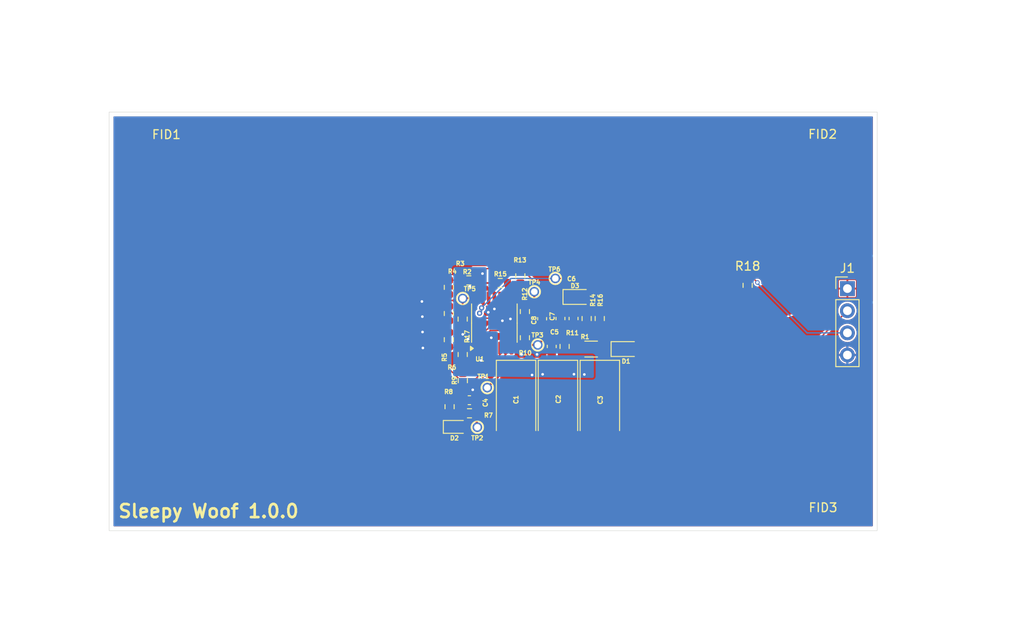
<source format=kicad_pcb>
(kicad_pcb (version 20240108) (generator "pcbnew") (generator_version "8.0")
  (layers (0 "F.Cu" signal) (31 "B.Cu" signal) (34 "B.Paste" user) (35 "F.Paste" user) (36 "B.SilkS" user "B.Silkscreen") (37 "F.SilkS" user "F.Silkscreen") (38 "B.Mask" user) (39 "F.Mask" user) (44 "Edge.Cuts" user))
  (net 0 "")
  (net 1 "GND")
  (net 2 "/WDT-VIN")
  (net 3 "Net-(C4-Pad2)")
  (net 4 "PET_WDT")
  (net 5 "Net-(U1B-+)")
  (net 6 "Net-(U1C--)")
  (net 7 "Net-(U1D--)")
  (net 8 "Net-(D1-Pad1)")
  (net 9 "Net-(D2-A)")
  (net 10 "Net-(U1D-+)")
  (net 11 "Net-(D3-Pad2)")
  (net 12 "Net-(R13-Pad2)")
  (net 13 "Net-(U1B--)")
  (net 14 "/WDT-VP")
  (net 15 "Net-(U1A--)")
  (net 16 "Net-(R10-Pad1)")
  (net 17 "Net-(R12-Pad1)")
  (net 18 "Net-(U1C-+)")
  (net 19 "WDT_OUT")
  (net 20 "VBATT")
  (footprint "oresat-misc:TestPoint-0.75mm-th" (layer "F.Cu") (at 168.405 99.135)
    (property "Reference" "TP5" (at 0.8125 -1.1 0) (layer "F.SilkS") (effects (font (size 0.5 0.5) (thickness 0.125))))
    (property "Value" "TestPoint-MinTH" (hide yes))
    (fp_circle (center 0 0) (end 0.7 0) (stroke (width 0.127)) (fill none) (layer "F.SilkS"))
    (pad "1" thru_hole circle (at 0 0) (size 1.1 1.1) (drill 0.75) (property pad_prop_testpoint) (layers "*.Cu" "*.Mask") (net 10 "Net-(U1D-+)"))
  )
  (footprint "Resistor_SMD:R_0603_1608Metric" (layer "F.Cu") (at 175.53 103.635 -90)
    (property "Reference" "R10" (at 1.75 -0.0375 0) (layer "F.SilkS") (effects (font (size 0.5 0.5) (thickness 0.125))))
    (property "Value" "1k")
    (fp_line (start -0.237258 0.5225) (end 0.237258 0.5225) (stroke (width 0.12)) (layer "F.SilkS"))
    (fp_line (start -0.237258 -0.5225) (end 0.237258 -0.5225) (stroke (width 0.12)) (layer "F.SilkS"))
    (pad "1" smd roundrect (at -0.825 0 270) (size 0.8 0.95) (layers "F.Cu" "F.Paste" "F.Mask") (net 16 "Net-(R10-Pad1)"))
    (pad "2" smd roundrect (at 0.825 0 270) (size 0.8 0.95) (layers "F.Cu" "F.Paste" "F.Mask") (net 5 "Net-(U1B-+)"))
  )
  (footprint "oresat-misc:TestPoint-0.75mm-th" (layer "F.Cu") (at 179.0175 96.835)
    (property "Reference" "TP6" (at -0.1 -1.05 0) (layer "F.SilkS") (effects (font (size 0.5 0.5) (thickness 0.125))))
    (property "Value" "TestPoint-MinTH" (hide yes))
    (fp_circle (center 0 0) (end 0.7 0) (stroke (width 0.127)) (fill none) (layer "F.SilkS"))
    (pad "1" thru_hole circle (at 0 0) (size 1.1 1.1) (drill 0.75) (property pad_prop_testpoint) (layers "*.Cu" "*.Mask") (net 19 "WDT_OUT"))
  )
  (footprint "Fiducial:Fiducial_1mm_Mask2mm" (layer "F.Cu") (at 213.37 123.12)
    (property "Reference" "FID3" (at -3.68 0 0) (layer "F.SilkS"))
    (property "Value" "Fiducial")
    (pad "" smd circle (at 0 0) (size 1 1) (layers "F.Cu" "F.Mask") (clearance 0.5))
  )
  (footprint "Resistor_SMD:R_0603_1608Metric" (layer "F.Cu") (at 182.605 101.435 -90)
    (property "Reference" "R14" (at -2.1 -0.7125 90) (layer "F.SilkS") (effects (font (size 0.5 0.5) (thickness 0.125))))
    (property "Value" "100k")
    (fp_line (start -0.237258 0.5225) (end 0.237258 0.5225) (stroke (width 0.12)) (layer "F.SilkS"))
    (fp_line (start -0.237258 -0.5225) (end 0.237258 -0.5225) (stroke (width 0.12)) (layer "F.SilkS"))
    (pad "1" smd roundrect (at -0.825 0 270) (size 0.8 0.95) (layers "F.Cu" "F.Paste" "F.Mask") (net 11 "Net-(D3-Pad2)"))
    (pad "2" smd roundrect (at 0.825 0 270) (size 0.8 0.95) (layers "F.Cu" "F.Paste" "F.Mask") (net 6 "Net-(U1C--)"))
  )
  (footprint "Connector_PinHeader_2.54mm:PinHeader_1x04_P2.54mm_Vertical" (layer "F.Cu") (at 212.48 98)
    (property "Reference" "J1" (at 0 -2.33 0) (layer "F.SilkS"))
    (property "Value" "Conn_01x04")
    (fp_line (start -1.33 -1.33) (end 0 -1.33) (stroke (width 0.12)) (layer "F.SilkS"))
    (fp_line (start -1.33 0) (end -1.33 -1.33) (stroke (width 0.12)) (layer "F.SilkS"))
    (fp_line (start -1.33 1.27) (end -1.33 8.95) (stroke (width 0.12)) (layer "F.SilkS"))
    (fp_line (start -1.33 1.27) (end 1.33 1.27) (stroke (width 0.12)) (layer "F.SilkS"))
    (fp_line (start -1.33 8.95) (end 1.33 8.95) (stroke (width 0.12)) (layer "F.SilkS"))
    (fp_line (start 1.33 1.27) (end 1.33 8.95) (stroke (width 0.12)) (layer "F.SilkS"))
    (pad "1" thru_hole rect (at 0 0) (size 1.7 1.7) (drill 1) (layers "*.Cu" "*.Mask") (net 20 "VBATT"))
    (pad "2" thru_hole oval (at 0 2.54) (size 1.7 1.7) (drill 1) (layers "*.Cu" "*.Mask") (net 4 "PET_WDT"))
    (pad "3" thru_hole oval (at 0 5.08) (size 1.7 1.7) (drill 1) (layers "*.Cu" "*.Mask") (net 19 "WDT_OUT"))
    (pad "4" thru_hole oval (at 0 7.62) (size 1.7 1.7) (drill 1) (layers "*.Cu" "*.Mask") (net 1 "GND"))
  )
  (footprint "Resistor_SMD:R_1206_3216Metric" (layer "F.Cu") (at 183.1175 104.935 180)
    (property "Reference" "R1" (at 0.7 1.4 0) (layer "F.SilkS") (effects (font (size 0.5 0.5) (thickness 0.125))))
    (property "Value" "10 (1206)")
    (fp_line (start -0.727064 0.91) (end 0.727064 0.91) (stroke (width 0.12)) (layer "F.SilkS"))
    (fp_line (start -0.727064 -0.91) (end 0.727064 -0.91) (stroke (width 0.12)) (layer "F.SilkS"))
    (pad "1" smd roundrect (at -1.4625 0 180) (size 1.125 1.75) (layers "F.Cu" "F.Paste" "F.Mask") (roundrect_rratio 0.222222) (net 8 "Net-(D1-Pad1)"))
    (pad "2" smd roundrect (at 1.4625 0 180) (size 1.125 1.75) (layers "F.Cu" "F.Paste" "F.Mask") (roundrect_rratio 0.222222) (net 2 "/WDT-VIN"))
  )
  (footprint "Resistor_SMD:R_0603_1608Metric" (layer "F.Cu") (at 168.4 101.5 -90)
    (property "Reference" "R17" (at 2 -0.5125 90) (layer "F.SilkS") (effects (font (size 0.5 0.5) (thickness 0.125))))
    (property "Value" "100k")
    (fp_line (start -0.237258 0.5225) (end 0.237258 0.5225) (stroke (width 0.12)) (layer "F.SilkS"))
    (fp_line (start -0.237258 -0.5225) (end 0.237258 -0.5225) (stroke (width 0.12)) (layer "F.SilkS"))
    (pad "1" smd roundrect (at -0.825 0 270) (size 0.8 0.95) (layers "F.Cu" "F.Paste" "F.Mask") (net 10 "Net-(U1D-+)"))
    (pad "2" smd roundrect (at 0.825 0 270) (size 0.8 0.95) (layers "F.Cu" "F.Paste" "F.Mask") (net 2 "/WDT-VIN"))
  )
  (footprint "Diode_SMD:D_SOD-323" (layer "F.Cu") (at 187.0175 104.935)
    (property "Reference" "D1" (at 0.1 1.4 0) (layer "F.SilkS") (effects (font (size 0.5 0.5) (thickness 0.127))))
    (property "Value" "1N4151WS")
    (fp_line (start -1.61 -0.85) (end -1.61 0.85) (stroke (width 0.12)) (layer "F.SilkS"))
    (fp_line (start -1.61 -0.85) (end 1.05 -0.85) (stroke (width 0.12)) (layer "F.SilkS"))
    (fp_line (start -1.61 0.85) (end 1.05 0.85) (stroke (width 0.12)) (layer "F.SilkS"))
    (pad "1" smd roundrect (at -1.05 0) (size 0.6 0.45) (layers "F.Cu" "F.Paste" "F.Mask") (net 8 "Net-(D1-Pad1)"))
    (pad "2" smd roundrect (at 1.05 0) (size 0.6 0.45) (layers "F.Cu" "F.Paste" "F.Mask") (net 20 "VBATT"))
  )
  (footprint "Fiducial:Fiducial_1mm_Mask2mm" (layer "F.Cu") (at 130.6 80.35)
    (property "Reference" "FID1" (at 3.85 -0.01 0) (layer "F.SilkS"))
    (property "Value" "Fiducial")
    (pad "" smd circle (at 0 0) (size 1 1) (layers "F.Cu" "F.Mask") (clearance 0.5))
  )
  (footprint "Resistor_SMD:R_0603_1608Metric" (layer "F.Cu") (at 184.105 101.435 -90)
    (property "Reference" "R16" (at -2.1 -0.0625 90) (layer "F.SilkS") (effects (font (size 0.5 0.5) (thickness 0.125))))
    (property "Value" "4.7M")
    (fp_line (start -0.237258 0.5225) (end 0.237258 0.5225) (stroke (width 0.12)) (layer "F.SilkS"))
    (fp_line (start -0.237258 -0.5225) (end 0.237258 -0.5225) (stroke (width 0.12)) (layer "F.SilkS"))
    (pad "1" smd roundrect (at -0.825 0 270) (size 0.8 0.95) (layers "F.Cu" "F.Paste" "F.Mask") (net 10 "Net-(U1D-+)"))
    (pad "2" smd roundrect (at 0.825 0 270) (size 0.8 0.95) (layers "F.Cu" "F.Paste" "F.Mask") (net 6 "Net-(U1C--)"))
  )
  (footprint "Capacitor_Tantalum_SMD:CP_EIA-7343-31_Kemet-D" (layer "F.Cu") (at 179.3175 110.635 -90)
    (property "Reference" "C2" (at 0.05 -0.05 90) (layer "F.SilkS") (effects (font (size 0.5 0.5) (thickness 0.125))))
    (property "Value" "220u")
    (fp_line (start -4.41 2.26) (end 3.65 2.26) (stroke (width 0.12)) (layer "F.SilkS"))
    (fp_line (start -4.41 -2.26) (end -4.41 2.26) (stroke (width 0.12)) (layer "F.SilkS"))
    (fp_line (start 3.65 -2.26) (end -4.41 -2.26) (stroke (width 0.12)) (layer "F.SilkS"))
    (pad "1" smd roundrect (at -3.1125 0 270) (size 2.075 2.55) (layers "F.Cu" "F.Paste" "F.Mask") (roundrect_rratio 0.120482) (net 2 "/WDT-VIN"))
    (pad "2" smd roundrect (at 3.1125 0 270) (size 2.075 2.55) (layers "F.Cu" "F.Paste" "F.Mask") (roundrect_rratio 0.120482) (net 1 "GND"))
  )
  (footprint "Capacitor_SMD:C_0603_1608Metric" (layer "F.Cu") (at 177.505 101.46 90)
    (property "Reference" "C8" (at -0.175 -0.9375 90) (layer "F.SilkS") (effects (font (size 0.5 0.5) (thickness 0.125))))
    (property "Value" "10u")
    (fp_line (start -0.14058 -0.51) (end 0.14058 -0.51) (stroke (width 0.12)) (layer "F.SilkS"))
    (fp_line (start -0.14058 0.51) (end 0.14058 0.51) (stroke (width 0.12)) (layer "F.SilkS"))
    (pad "1" smd roundrect (at -0.775 0 90) (size 0.9 0.95) (layers "F.Cu" "F.Paste" "F.Mask") (net 1 "GND"))
    (pad "2" smd roundrect (at 0.775 0 90) (size 0.9 0.95) (layers "F.Cu" "F.Paste" "F.Mask") (net 7 "Net-(U1D--)"))
  )
  (footprint "oresat-misc:TestPoint-0.75mm-th" (layer "F.Cu") (at 177.005 104.46)
    (property "Reference" "TP3" (at -0.0375 -1.125 0) (layer "F.SilkS") (effects (font (size 0.5 0.5) (thickness 0.125))))
    (property "Value" "TestPoint-MinTH" (hide yes))
    (fp_circle (center 0 0) (end 0.7 0) (stroke (width 0.127)) (fill none) (layer "F.SilkS"))
    (pad "1" thru_hole circle (at 0 0) (size 1.1 1.1) (drill 0.75) (property pad_prop_testpoint) (layers "*.Cu" "*.Mask") (net 5 "Net-(U1B-+)"))
  )
  (footprint "Resistor_SMD:R_0603_1608Metric" (layer "F.Cu") (at 168.4175 108.56 90)
    (property "Reference" "R9" (at 0.025 -0.95 90) (layer "F.SilkS") (effects (font (size 0.5 0.5) (thickness 0.125))))
    (property "Value" "10k")
    (fp_line (start -0.237258 -0.5225) (end 0.237258 -0.5225) (stroke (width 0.12)) (layer "F.SilkS"))
    (fp_line (start -0.237258 0.5225) (end 0.237258 0.5225) (stroke (width 0.12)) (layer "F.SilkS"))
    (pad "1" smd roundrect (at -0.825 0 90) (size 0.8 0.95) (layers "F.Cu" "F.Paste" "F.Mask") (net 3 "Net-(C4-Pad2)"))
    (pad "2" smd roundrect (at 0.825 0 90) (size 0.8 0.95) (layers "F.Cu" "F.Paste" "F.Mask") (net 15 "Net-(U1A--)"))
  )
  (footprint "Resistor_SMD:R_0603_1608Metric" (layer "F.Cu") (at 166.8175 103.86 -90)
    (property "Reference" "R5" (at 2.025 0.5 90) (layer "F.SilkS") (effects (font (size 0.5 0.5) (thickness 0.125))))
    (property "Value" "3.0k")
    (fp_line (start -0.237258 0.5225) (end 0.237258 0.5225) (stroke (width 0.12)) (layer "F.SilkS"))
    (fp_line (start -0.237258 -0.5225) (end 0.237258 -0.5225) (stroke (width 0.12)) (layer "F.SilkS"))
    (pad "1" smd roundrect (at -0.825 0 270) (size 0.8 0.95) (layers "F.Cu" "F.Paste" "F.Mask") (net 13 "Net-(U1B--)"))
    (pad "2" smd roundrect (at 0.825 0 270) (size 0.8 0.95) (layers "F.Cu" "F.Paste" "F.Mask") (net 14 "/WDT-VP"))
  )
  (footprint "Resistor_SMD:R_0603_1608Metric" (layer "F.Cu") (at 168.405 105.56 -90)
    (property "Reference" "R6" (at 1.475 1.2375 0) (layer "F.SilkS") (effects (font (size 0.5 0.5) (thickness 0.125))))
    (property "Value" "3.0k")
    (fp_line (start -0.237258 0.5225) (end 0.237258 0.5225) (stroke (width 0.12)) (layer "F.SilkS"))
    (fp_line (start -0.237258 -0.5225) (end 0.237258 -0.5225) (stroke (width 0.12)) (layer "F.SilkS"))
    (pad "1" smd roundrect (at -0.825 0 270) (size 0.8 0.95) (layers "F.Cu" "F.Paste" "F.Mask") (net 14 "/WDT-VP"))
    (pad "2" smd roundrect (at 0.825 0 270) (size 0.8 0.95) (layers "F.Cu" "F.Paste" "F.Mask") (net 1 "GND"))
  )
  (footprint "Diode_SMD:D_SOD-323" (layer "F.Cu") (at 181.505 98.96)
    (property "Reference" "D3" (at -0.2375 -1.275 0) (layer "F.SilkS") (effects (font (size 0.5 0.5) (thickness 0.127))))
    (property "Value" "1N4151WS")
    (fp_line (start -1.61 -0.85) (end -1.61 0.85) (stroke (width 0.12)) (layer "F.SilkS"))
    (fp_line (start -1.61 -0.85) (end 1.05 -0.85) (stroke (width 0.12)) (layer "F.SilkS"))
    (fp_line (start -1.61 0.85) (end 1.05 0.85) (stroke (width 0.12)) (layer "F.SilkS"))
    (pad "1" smd roundrect (at -1.05 0) (size 0.6 0.45) (layers "F.Cu" "F.Paste" "F.Mask") (net 10 "Net-(U1D-+)"))
    (pad "2" smd roundrect (at 1.05 0) (size 0.6 0.45) (layers "F.Cu" "F.Paste" "F.Mask") (net 11 "Net-(D3-Pad2)"))
  )
  (footprint "oresat-misc:TestPoint-0.75mm-th" (layer "F.Cu") (at 170.08 113.8975)
    (property "Reference" "TP2" (at -0.0125 1.2375 0) (layer "F.SilkS") (effects (font (size 0.5 0.5) (thickness 0.125))))
    (property "Value" "TestPoint-MinTH" (hide yes))
    (fp_circle (center 0 0) (end 0.7 0) (stroke (width 0.127)) (fill none) (layer "F.SilkS"))
    (pad "1" thru_hole circle (at 0 0) (size 1.1 1.1) (drill 0.75) (property pad_prop_testpoint) (layers "*.Cu" "*.Mask") (net 4 "PET_WDT"))
  )
  (footprint "Fiducial:Fiducial_1mm_Mask2mm" (layer "F.Cu") (at 213.31 80.28)
    (property "Reference" "FID2" (at -3.67 0.02 0) (layer "F.SilkS"))
    (property "Value" "Fiducial")
    (pad "" smd circle (at 0 0) (size 1 1) (layers "F.Cu" "F.Mask") (clearance 0.5))
  )
  (footprint "Resistor_SMD:R_0603_1608Metric" (layer "F.Cu") (at 169.105 97.06 180)
    (property "Reference" "R2" (at 0.1875 0.975 0) (layer "F.SilkS") (effects (font (size 0.5 0.5) (thickness 0.125))))
    (property "Value" "10k")
    (fp_line (start -0.237258 0.5225) (end 0.237258 0.5225) (stroke (width 0.12)) (layer "F.SilkS"))
    (fp_line (start -0.237258 -0.5225) (end 0.237258 -0.5225) (stroke (width 0.12)) (layer "F.SilkS"))
    (pad "1" smd roundrect (at -0.825 0 180) (size 0.8 0.95) (layers "F.Cu" "F.Paste" "F.Mask") (net 2 "/WDT-VIN"))
    (pad "2" smd roundrect (at 0.825 0 180) (size 0.8 0.95) (layers "F.Cu" "F.Paste" "F.Mask") (net 12 "Net-(R13-Pad2)"))
  )
  (footprint "Resistor_SMD:R_0603_1608Metric" (layer "F.Cu") (at 175.005 96.535 90)
    (property "Reference" "R13" (at 1.8 -0.0375 0) (layer "F.SilkS") (effects (font (size 0.5 0.5) (thickness 0.125))))
    (property "Value" "100k")
    (fp_line (start -0.237258 -0.5225) (end 0.237258 -0.5225) (stroke (width 0.12)) (layer "F.SilkS"))
    (fp_line (start -0.237258 0.5225) (end 0.237258 0.5225) (stroke (width 0.12)) (layer "F.SilkS"))
    (pad "1" smd roundrect (at -0.825 0 90) (size 0.8 0.95) (layers "F.Cu" "F.Paste" "F.Mask") (net 18 "Net-(U1C-+)"))
    (pad "2" smd roundrect (at 0.825 0 90) (size 0.8 0.95) (layers "F.Cu" "F.Paste" "F.Mask") (net 12 "Net-(R13-Pad2)"))
  )
  (footprint "Capacitor_Tantalum_SMD:CP_EIA-7343-31_Kemet-D" (layer "F.Cu") (at 184.1175 110.635 -90)
    (property "Reference" "C3" (at 0.15 -0.05 90) (layer "F.SilkS") (effects (font (size 0.5 0.5) (thickness 0.125))))
    (property "Value" "220u")
    (fp_line (start -4.41 2.26) (end 3.65 2.26) (stroke (width 0.12)) (layer "F.SilkS"))
    (fp_line (start -4.41 -2.26) (end -4.41 2.26) (stroke (width 0.12)) (layer "F.SilkS"))
    (fp_line (start 3.65 -2.26) (end -4.41 -2.26) (stroke (width 0.12)) (layer "F.SilkS"))
    (pad "1" smd roundrect (at -3.1125 0 270) (size 2.075 2.55) (layers "F.Cu" "F.Paste" "F.Mask") (roundrect_rratio 0.120482) (net 2 "/WDT-VIN"))
    (pad "2" smd roundrect (at 3.1125 0 270) (size 2.075 2.55) (layers "F.Cu" "F.Paste" "F.Mask") (roundrect_rratio 0.120482) (net 1 "GND"))
  )
  (footprint "Package_SO:TSSOP-14_4.4x5mm_P0.65mm" (layer "F.Cu") (at 172.03 101.96 90)
    (property "Reference" "U1" (at -4.125 -1.6625 0) (layer "F.SilkS") (effects (font (size 0.5 0.5) (thickness 0.125))))
    (property "Value" "TLV1704")
    (fp_line (start 0 -2.61) (end 2.2 -2.61) (stroke (width 0.12)) (layer "F.SilkS"))
    (fp_line (start 0 -2.61) (end -2.2 -2.61) (stroke (width 0.12)) (layer "F.SilkS"))
    (fp_line (start 0 2.61) (end 2.2 2.61) (stroke (width 0.12)) (layer "F.SilkS"))
    (fp_line (start 0 2.61) (end -2.2 2.61) (stroke (width 0.12)) (layer "F.SilkS"))
    (fp_poly (pts (xy -2.9 -2.41) (xy -3.14 -2.74) (xy -2.66 -2.74) (xy -2.9 -2.41)) (stroke (width 0.12)) (fill solid) (layer "F.SilkS"))
    (pad "1" smd roundrect (at -2.8625 -1.95 90) (size 1.475 0.4) (layers "F.Cu" "F.Paste" "F.Mask") (net 17 "Net-(R12-Pad1)"))
    (pad "2" smd roundrect (at -2.8625 -1.3 90) (size 1.475 0.4) (layers "F.Cu" "F.Paste" "F.Mask") (net 16 "Net-(R10-Pad1)"))
    (pad "3" smd roundrect (at -2.8625 -0.65 90) (size 1.475 0.4) (layers "F.Cu" "F.Paste" "F.Mask") (net 2 "/WDT-VIN"))
    (pad "4" smd roundrect (at -2.8625 0 90) (size 1.475 0.4) (layers "F.Cu" "F.Paste" "F.Mask") (net 15 "Net-(U1A--)"))
    (pad "5" smd roundrect (at -2.8625 0.65 90) (size 1.475 0.4) (layers "F.Cu" "F.Paste" "F.Mask") (net 14 "/WDT-VP"))
    (pad "6" smd roundrect (at -2.8625 1.3 90) (size 1.475 0.4) (layers "F.Cu" "F.Paste" "F.Mask") (net 13 "Net-(U1B--)"))
    (pad "7" smd roundrect (at -2.8625 1.95 90) (size 1.475 0.4) (layers "F.Cu" "F.Paste" "F.Mask") (net 5 "Net-(U1B-+)"))
    (pad "8" smd roundrect (at 2.8625 1.95 90) (size 1.475 0.4) (layers "F.Cu" "F.Paste" "F.Mask") (net 6 "Net-(U1C--)"))
    (pad "9" smd roundrect (at 2.8625 1.3 90) (size 1.475 0.4) (layers "F.Cu" "F.Paste" "F.Mask") (net 18 "Net-(U1C-+)"))
    (pad "10" smd roundrect (at 2.8625 0.65 90) (size 1.475 0.4) (layers "F.Cu" "F.Paste" "F.Mask") (net 7 "Net-(U1D--)"))
    (pad "11" smd roundrect (at 2.8625 0 90) (size 1.475 0.4) (layers "F.Cu" "F.Paste" "F.Mask") (net 10 "Net-(U1D-+)"))
    (pad "12" smd roundrect (at 2.8625 -0.65 90) (size 1.475 0.4) (layers "F.Cu" "F.Paste" "F.Mask") (net 1 "GND"))
    (pad "13" smd roundrect (at 2.8625 -1.3 90) (size 1.475 0.4) (layers "F.Cu" "F.Paste" "F.Mask") (net 19 "WDT_OUT"))
    (pad "14" smd roundrect (at 2.8625 -1.95 90) (size 1.475 0.4) (layers "F.Cu" "F.Paste" "F.Mask") (net 10 "Net-(U1D-+)"))
  )
  (footprint "Capacitor_SMD:C_0603_1608Metric" (layer "F.Cu") (at 179.605 101.435 -90)
    (property "Reference" "C7" (at -0.25 0.9375 90) (layer "F.SilkS") (effects (font (size 0.5 0.5) (thickness 0.125))))
    (property "Value" "10u")
    (fp_line (start -0.14058 0.51) (end 0.14058 0.51) (stroke (width 0.12)) (layer "F.SilkS"))
    (fp_line (start -0.14058 -0.51) (end 0.14058 -0.51) (stroke (width 0.12)) (layer "F.SilkS"))
    (pad "1" smd roundrect (at -0.775 0 270) (size 0.9 0.95) (layers "F.Cu" "F.Paste" "F.Mask") (net 1 "GND"))
    (pad "2" smd roundrect (at 0.775 0 270) (size 0.9 0.95) (layers "F.Cu" "F.Paste" "F.Mask") (net 6 "Net-(U1C--)"))
  )
  (footprint "LED_SMD:LED_0603_1608Metric" (layer "F.Cu") (at 167.67 113.86)
    (property "Reference" "D2" (at -0.2125 1.2875 0) (layer "F.SilkS") (effects (font (size 0.5 0.5) (thickness 0.125))))
    (property "Value" "GREEN")
    (fp_line (start -1.485 -0.735) (end -1.485 0.735) (stroke (width 0.12)) (layer "F.SilkS"))
    (fp_line (start -1.485 0.735) (end 0.8 0.735) (stroke (width 0.12)) (layer "F.SilkS"))
    (fp_line (start 0.8 -0.735) (end -1.485 -0.735) (stroke (width 0.12)) (layer "F.SilkS"))
    (pad "1" smd roundrect (at -0.7875 0) (size 0.875 0.95) (layers "F.Cu" "F.Paste" "F.Mask") (net 1 "GND"))
    (pad "2" smd roundrect (at 0.7875 0) (size 0.875 0.95) (layers "F.Cu" "F.Paste" "F.Mask") (net 9 "Net-(D2-A)"))
  )
  (footprint "Resistor_SMD:R_0603_1608Metric" (layer "F.Cu") (at 180.08 104.635 90)
    (property "Reference" "R11" (at 1.55 0.8875 0) (layer "F.SilkS") (effects (font (size 0.5 0.5) (thickness 0.125))))
    (property "Value" "100k")
    (fp_line (start -0.237258 -0.5225) (end 0.237258 -0.5225) (stroke (width 0.12)) (layer "F.SilkS"))
    (fp_line (start -0.237258 0.5225) (end 0.237258 0.5225) (stroke (width 0.12)) (layer "F.SilkS"))
    (pad "1" smd roundrect (at -0.825 0 90) (size 0.8 0.95) (layers "F.Cu" "F.Paste" "F.Mask") (net 2 "/WDT-VIN"))
    (pad "2" smd roundrect (at 0.825 0 90) (size 0.8 0.95) (layers "F.Cu" "F.Paste" "F.Mask") (net 5 "Net-(U1B-+)"))
  )
  (footprint "Capacitor_SMD:C_0603_1608Metric" (layer "F.Cu") (at 181.105 101.435 -90)
    (property "Reference" "C6" (at -4.55 0.2375 0) (layer "F.SilkS") (effects (font (size 0.5 0.5) (thickness 0.125))))
    (property "Value" "10u")
    (fp_line (start -0.14058 0.51) (end 0.14058 0.51) (stroke (width 0.12)) (layer "F.SilkS"))
    (fp_line (start -0.14058 -0.51) (end 0.14058 -0.51) (stroke (width 0.12)) (layer "F.SilkS"))
    (pad "1" smd roundrect (at -0.775 0 270) (size 0.9 0.95) (layers "F.Cu" "F.Paste" "F.Mask") (net 1 "GND"))
    (pad "2" smd roundrect (at 0.775 0 270) (size 0.9 0.95) (layers "F.Cu" "F.Paste" "F.Mask") (net 6 "Net-(U1C--)"))
  )
  (footprint "Resistor_SMD:R_0603_1608Metric" (layer "F.Cu") (at 175.53 100.635 90)
    (property "Reference" "R12" (at 2 -0.0125 90) (layer "F.SilkS") (effects (font (size 0.5 0.5) (thickness 0.125))))
    (property "Value" "1k")
    (fp_line (start -0.237258 -0.5225) (end 0.237258 -0.5225) (stroke (width 0.12)) (layer "F.SilkS"))
    (fp_line (start -0.237258 0.5225) (end 0.237258 0.5225) (stroke (width 0.12)) (layer "F.SilkS"))
    (pad "1" smd roundrect (at -0.825 0 90) (size 0.8 0.95) (layers "F.Cu" "F.Paste" "F.Mask") (net 17 "Net-(R12-Pad1)"))
    (pad "2" smd roundrect (at 0.825 0 90) (size 0.8 0.95) (layers "F.Cu" "F.Paste" "F.Mask") (net 6 "Net-(U1C--)"))
  )
  (footprint "Resistor_SMD:R_0603_1608Metric" (layer "F.Cu") (at 166.9 111.545 -90)
    (property "Reference" "R8" (at -1.7125 0.1125 0) (layer "F.SilkS") (effects (font (size 0.5 0.5) (thickness 0.125))))
    (property "Value" "10k")
    (fp_line (start -0.237258 0.5225) (end 0.237258 0.5225) (stroke (width 0.12)) (layer "F.SilkS"))
    (fp_line (start -0.237258 -0.5225) (end 0.237258 -0.5225) (stroke (width 0.12)) (layer "F.SilkS"))
    (pad "1" smd roundrect (at -0.825 0 270) (size 0.8 0.95) (layers "F.Cu" "F.Paste" "F.Mask") (net 3 "Net-(C4-Pad2)"))
    (pad "2" smd roundrect (at 0.825 0 270) (size 0.8 0.95) (layers "F.Cu" "F.Paste" "F.Mask") (net 1 "GND"))
  )
  (footprint "oresat-misc:TestPoint-0.75mm-th" (layer "F.Cu") (at 176.605 98.36)
    (property "Reference" "TP4" (at 0.0125 -1.075 0) (layer "F.SilkS") (effects (font (size 0.5 0.5) (thickness 0.125))))
    (property "Value" "TestPoint-MinTH" (hide yes))
    (fp_circle (center 0 0) (end 0.7 0) (stroke (width 0.127)) (fill none) (layer "F.SilkS"))
    (pad "1" thru_hole circle (at 0 0) (size 1.1 1.1) (drill 0.75) (property pad_prop_testpoint) (layers "*.Cu" "*.Mask") (net 6 "Net-(U1C--)"))
  )
  (footprint "Resistor_SMD:R_0603_1608Metric" (layer "F.Cu") (at 166.8175 100.86 -90)
    (property "Reference" "R4" (at -4.825 -0.4 0) (layer "F.SilkS") (effects (font (size 0.5 0.5) (thickness 0.125))))
    (property "Value" "10k")
    (fp_line (start -0.237258 0.5225) (end 0.237258 0.5225) (stroke (width 0.12)) (layer "F.SilkS"))
    (fp_line (start -0.237258 -0.5225) (end 0.237258 -0.5225) (stroke (width 0.12)) (layer "F.SilkS"))
    (pad "1" smd roundrect (at -0.825 0 270) (size 0.8 0.95) (layers "F.Cu" "F.Paste" "F.Mask") (net 7 "Net-(U1D--)"))
    (pad "2" smd roundrect (at 0.825 0 270) (size 0.8 0.95) (layers "F.Cu" "F.Paste" "F.Mask") (net 13 "Net-(U1B--)"))
  )
  (footprint "Capacitor_SMD:C_0603_1608Metric" (layer "F.Cu") (at 169.1675 110.8 180)
    (property "Reference" "C4" (at -1.8375 -0.2875 90) (layer "F.SilkS") (effects (font (size 0.5 0.5) (thickness 0.125))))
    (property "Value" "10u")
    (fp_line (start -0.14058 0.51) (end 0.14058 0.51) (stroke (width 0.12)) (layer "F.SilkS"))
    (fp_line (start -0.14058 -0.51) (end 0.14058 -0.51) (stroke (width 0.12)) (layer "F.SilkS"))
    (pad "1" smd roundrect (at -0.775 0 180) (size 0.9 0.95) (layers "F.Cu" "F.Paste" "F.Mask") (net 4 "PET_WDT"))
    (pad "2" smd roundrect (at 0.775 0 180) (size 0.9 0.95) (layers "F.Cu" "F.Paste" "F.Mask") (net 3 "Net-(C4-Pad2)"))
  )
  (footprint "Resistor_SMD:R_0603_1608Metric" (layer "F.Cu") (at 172.705 97.36 180)
    (property "Reference" "R15" (at -0.0125 1.025 0) (layer "F.SilkS") (effects (font (size 0.5 0.5) (thickness 0.125))))
    (property "Value" "100k")
    (fp_line (start -0.237258 0.5225) (end 0.237258 0.5225) (stroke (width 0.12)) (layer "F.SilkS"))
    (fp_line (start -0.237258 -0.5225) (end 0.237258 -0.5225) (stroke (width 0.12)) (layer "F.SilkS"))
    (pad "1" smd roundrect (at -0.825 0 180) (size 0.8 0.95) (layers "F.Cu" "F.Paste" "F.Mask") (net 18 "Net-(U1C-+)"))
    (pad "2" smd roundrect (at 0.825 0 180) (size 0.8 0.95) (layers "F.Cu" "F.Paste" "F.Mask") (net 10 "Net-(U1D-+)"))
  )
  (footprint "Capacitor_Tantalum_SMD:CP_EIA-7343-31_Kemet-D" (layer "F.Cu") (at 174.5175 110.635 -90)
    (property "Reference" "C1" (at 0.1 0 90) (layer "F.SilkS") (effects (font (size 0.5 0.5) (thickness 0.125))))
    (property "Value" "220u")
    (fp_line (start -4.41 2.26) (end 3.65 2.26) (stroke (width 0.12)) (layer "F.SilkS"))
    (fp_line (start -4.41 -2.26) (end -4.41 2.26) (stroke (width 0.12)) (layer "F.SilkS"))
    (fp_line (start 3.65 -2.26) (end -4.41 -2.26) (stroke (width 0.12)) (layer "F.SilkS"))
    (pad "1" smd roundrect (at -3.1125 0 270) (size 2.075 2.55) (layers "F.Cu" "F.Paste" "F.Mask") (roundrect_rratio 0.120482) (net 2 "/WDT-VIN"))
    (pad "2" smd roundrect (at 3.1125 0 270) (size 2.075 2.55) (layers "F.Cu" "F.Paste" "F.Mask") (roundrect_rratio 0.120482) (net 1 "GND"))
  )
  (footprint "Resistor_SMD:R_0603_1608Metric" (layer "F.Cu") (at 166.8175 97.86 -90)
    (property "Reference" "R3" (at -2.725 -1.3 0) (layer "F.SilkS") (effects (font (size 0.5 0.5) (thickness 0.125))))
    (property "Value" "10k")
    (fp_line (start -0.237258 0.5225) (end 0.237258 0.5225) (stroke (width 0.12)) (layer "F.SilkS"))
    (fp_line (start -0.237258 -0.5225) (end 0.237258 -0.5225) (stroke (width 0.12)) (layer "F.SilkS"))
    (pad "1" smd roundrect (at -0.825 0 270) (size 0.8 0.95) (layers "F.Cu" "F.Paste" "F.Mask") (net 12 "Net-(R13-Pad2)"))
    (pad "2" smd roundrect (at 0.825 0 270) (size 0.8 0.95) (layers "F.Cu" "F.Paste" "F.Mask") (net 7 "Net-(U1D--)"))
  )
  (footprint "Resistor_SMD:R_0603_1608Metric" (layer "F.Cu") (at 169.18 112.3 180)
    (property "Reference" "R7" (at -2.175 -0.2375 0) (layer "F.SilkS") (effects (font (size 0.5 0.5) (thickness 0.125))))
    (property "Value" "3.0k")
    (fp_line (start -0.237258 0.5225) (end 0.237258 0.5225) (stroke (width 0.12)) (layer "F.SilkS"))
    (fp_line (start -0.237258 -0.5225) (end 0.237258 -0.5225) (stroke (width 0.12)) (layer "F.SilkS"))
    (pad "1" smd roundrect (at -0.825 0 180) (size 0.8 0.95) (layers "F.Cu" "F.Paste" "F.Mask") (net 4 "PET_WDT"))
    (pad "2" smd roundrect (at 0.825 0 180) (size 0.8 0.95) (layers "F.Cu" "F.Paste" "F.Mask") (net 9 "Net-(D2-A)"))
  )
  (footprint "Resistor_SMD:R_0603_1608Metric" (layer "F.Cu") (at 201.05 97.63 -90)
    (property "Reference" "R18" (at -2.2 0 180) (layer "F.SilkS"))
    (property "Value" "0")
    (fp_line (start -0.237258 0.5225) (end 0.237258 0.5225) (stroke (width 0.12)) (layer "F.SilkS"))
    (fp_line (start -0.237258 -0.5225) (end 0.237258 -0.5225) (stroke (width 0.12)) (layer "F.SilkS"))
    (pad "1" smd roundrect (at -0.825 0 270) (size 0.8 0.95) (layers "F.Cu" "F.Paste" "F.Mask") (net 19 "WDT_OUT"))
    (pad "2" smd roundrect (at 0.825 0 270) (size 0.8 0.95) (layers "F.Cu" "F.Paste" "F.Mask") (net 20 "VBATT"))
  )
  (footprint "Capacitor_SMD:C_0603_1608Metric" (layer "F.Cu") (at 178.605 104.635 90)
    (property "Reference" "C5" (at 1.65 0.3125 0) (layer "F.SilkS") (effects (font (size 0.5 0.5) (thickness 0.125))))
    (property "Value" "10u")
    (fp_line (start -0.14058 -0.51) (end 0.14058 -0.51) (stroke (width 0.12)) (layer "F.SilkS"))
    (fp_line (start -0.14058 0.51) (end 0.14058 0.51) (stroke (width 0.12)) (layer "F.SilkS"))
    (pad "1" smd roundrect (at -0.775 0 90) (size 0.9 0.95) (layers "F.Cu" "F.Paste" "F.Mask") (net 1 "GND"))
    (pad "2" smd roundrect (at 0.775 0 90) (size 0.9 0.95) (layers "F.Cu" "F.Paste" "F.Mask") (net 5 "Net-(U1B-+)"))
  )
  (footprint "oresat-misc:TestPoint-0.75mm-th" (layer "F.Cu") (at 171.2175 109.36)
    (property "Reference" "TP1" (at -0.45 -1.275 0) (layer "F.SilkS") (effects (font (size 0.5 0.5) (thickness 0.125))))
    (property "Value" "TestPoint-MinTH" (hide yes))
    (fp_circle (center 0 0) (end 0.7 0) (stroke (width 0.127)) (fill none) (layer "F.SilkS"))
    (pad "1" thru_hole circle (at 0 0) (size 1.1 1.1) (drill 0.75) (property pad_prop_testpoint) (layers "*.Cu" "*.Mask") (net 2 "/WDT-VIN"))
  )
  (gr_rect (start 127.89 77.76) (end 215.89 125.76) (stroke (width 0.05)) (fill none) (layer "Edge.Cuts"))
  (gr_text "Sleepy Woof 1.0.0" (at 128.8 124.4 0) (layer "F.SilkS") (effects (font (size 1.5 1.5) (thickness 0.3) (bold yes)) (justify left bottom)))
  (via (at 176.92 105.544) (size 0.6) (drill 0.3) (layers "F.Cu" "B.Cu") (net 1))
  (via (at 172.95 101.69) (size 0.6) (drill 0.3) (layers "F.Cu" "B.Cu") (net 1))
  (via (at 163.84 104.81) (size 0.6) (drill 0.3) (layers "F.Cu" "B.Cu") (net 1))
  (via (at 163.8 102.98) (size 0.6) (drill 0.3) (layers "F.Cu" "B.Cu") (net 1))
  (via (at 173.872 101.48) (size 0.6) (drill 0.3) (layers "F.Cu" "B.Cu") (net 1))
  (via (at 163.78 101.22) (size 0.6) (drill 0.3) (layers "F.Cu" "B.Cu") (net 1))
  (via (at 171.332 100.718) (size 0.6) (drill 0.3) (layers "F.Cu" "B.Cu") (net 1))
  (via (at 163.73 99.48) (size 0.6) (drill 0.3) (layers "F.Cu" "B.Cu") (net 1))
  (via (at 172.033727 100.334998) (size 0.6) (drill 0.3) (layers "F.Cu" "B.Cu") (net 1))
  (via (at 175.142 105.544) (size 0.6) (drill 0.3) (layers "F.Cu" "B.Cu") (net 1))
  (via (at 169.554 109.608) (size 0.6) (drill 0.3) (layers "F.Cu" "B.Cu") (net 1))
  (segment (start 170.498733 106.234733) (end 170.705266 106.234733) (width 0.15) (layer "F.Cu") (net 2))
  (segment (start 169.93 97.025) (end 169.93 97.06) (width 0.15) (layer "F.Cu") (net 2))
  (segment (start 171.38 105.559999) (end 171.38 104.8225) (width 0.15) (layer "F.Cu") (net 2))
  (segment (start 168.4 103.24) (end 168.4 102.325) (width 0.15) (layer "F.Cu") (net 2))
  (segment (start 169.23 97.76) (end 169.93 97.06) (width 0.15) (layer "F.Cu") (net 2))
  (segment (start 168.41 103.25) (end 168.4 103.24) (width 0.15) (layer "F.Cu") (net 2))
  (segment (start 170.705266 106.234733) (end 171.38 105.559999) (width 0.15) (layer "F.Cu") (net 2))
  (segment (start 173.055 107.5225) (end 174.5175 107.5225) (width 0.254) (layer "F.Cu") (net 2))
  (segment (start 170.67 96.285) (end 169.93 97.025) (width 0.15) (layer "F.Cu") (net 2))
  (segment (start 171.38 104.8225) (end 171.38 103.936774) (width 0.15) (layer "F.Cu") (net 2))
  (segment (start 171.38 103.936774) (end 171.678647 103.638127) (width 0.15) (layer "F.Cu") (net 2))
  (segment (start 171.2175 109.36) (end 173.055 107.5225) (width 0.254) (layer "F.Cu") (net 2))
  (via (at 182.34 107.85) (size 0.6) (drill 0.3) (layers "F.Cu" "B.Cu") (net 2))
  (via (at 170.498733 106.234733) (size 0.6) (drill 0.3) (layers "F.Cu" "B.Cu") (net 2))
  (via (at 177.56 107.83) (size 0.6) (drill 0.3) (layers "F.Cu" "B.Cu") (net 2))
  (via (at 169.01 103.78) (size 0.6) (drill 0.3) (layers "F.Cu" "B.Cu") (net 2))
  (via (at 170.67 96.285) (size 0.6) (drill 0.3) (layers "F.Cu" "B.Cu") (net 2))
  (via (at 169.23 97.76) (size 0.6) (drill 0.3) (layers "F.Cu" "B.Cu") (net 2))
  (via (at 181.15 107.82) (size 0.6) (drill 0.3) (layers "F.Cu" "B.Cu") (net 2))
  (via (at 168.41 103.25) (size 0.6) (drill 0.3) (layers "F.Cu" "B.Cu") (net 2))
  (via (at 176.35 107.91) (size 0.6) (drill 0.3) (layers "F.Cu" "B.Cu") (net 2))
  (via (at 171.678647 103.638127) (size 0.6) (drill 0.3) (layers "F.Cu" "B.Cu") (net 2))
  (segment (start 169.76 98.29) (end 169.76 101.9) (width 0.15) (layer "B.Cu") (net 2))
  (segment (start 169.23 97.76) (end 169.76 98.29) (width 0.15) (layer "B.Cu") (net 2))
  (segment (start 171.29052 103.25) (end 171.678647 103.638127) (width 0.15) (layer "B.Cu") (net 2))
  (segment (start 169.76 101.9) (end 168.41 103.25) (width 0.15) (layer "B.Cu") (net 2))
  (segment (start 168.41 103.25) (end 171.29052 103.25) (width 0.15) (layer "B.Cu") (net 2))
  (segment (start 166.9 110.72) (end 168.3125 110.72) (width 0.254) (layer "F.Cu") (net 3))
  (segment (start 168.4175 110.775) (end 168.3925 110.8) (width 0.254) (layer "F.Cu") (net 3))
  (segment (start 168.3125 110.72) (end 168.3925 110.8) (width 0.254) (layer "F.Cu") (net 3))
  (segment (start 168.4175 109.385) (end 168.4175 110.775) (width 0.254) (layer "F.Cu") (net 3))
  (segment (start 170.005 112.3) (end 170.005 113.8225) (width 0.254) (layer "F.Cu") (net 4))
  (segment (start 169.9425 110.8) (end 169.9425 112.2375) (width 0.254) (layer "F.Cu") (net 4))
  (segment (start 202.22 110.8) (end 212.48 100.54) (width 0.15) (layer "F.Cu") (net 4))
  (segment (start 170.005 113.8225) (end 170.08 113.8975) (width 0.254) (layer "F.Cu") (net 4))
  (segment (start 169.9425 112.2375) (end 170.005 112.3) (width 0.254) (layer "F.Cu") (net 4))
  (segment (start 169.9425 110.8) (end 202.22 110.8) (width 0.15) (layer "F.Cu") (net 4))
  (segment (start 177.655 103.81) (end 177.005 104.46) (width 0.254) (layer "F.Cu") (net 5))
  (segment (start 180.08 103.81) (end 177.655 103.81) (width 0.254) (layer "F.Cu") (net 5))
  (segment (start 177.005 104.46) (end 174.3425 104.46) (width 0.254) (layer "F.Cu") (net 5))
  (segment (start 174.3425 104.46) (end 173.98 104.8225) (width 0.254) (layer "F.Cu") (net 5))
  (segment (start 184.105 102.26) (end 179.655 102.26) (width 0.254) (layer "F.Cu") (net 6))
  (segment (start 178.61 101.96) (end 178.61 100.52812) (width 0.254) (layer "F.Cu") (net 6))
  (segment (start 179.605 102.21) (end 178.86 102.21) (width 0.254) (layer "F.Cu") (net 6))
  (segment (start 178.86 102.21) (end 178.61 101.96) (width 0.254) (layer "F.Cu") (net 6))
  (segment (start 179.655 102.26) (end 179.605 102.21) (width 0.254) (layer "F.Cu") (net 6))
  (segment (start 175.16 98.94) (end 175.0025 99.0975) (width 0.254) (layer "F.Cu") (net 6))
  (segment (start 175.0025 99.0975) (end 173.98 99.0975) (width 0.254) (layer "F.Cu") (net 6))
  (segment (start 178.61 100.52812) (end 177.89188 99.81) (width 0.254) (layer "F.Cu") (net 6))
  (segment (start 175.53 99.81) (end 175.53 99.31) (width 0.254) (layer "F.Cu") (net 6))
  (segment (start 175.53 99.31) (end 175.16 98.94) (width 0.254) (layer "F.Cu") (net 6))
  (segment (start 176.605 98.36) (end 176.605 99.805) (width 0.254) (layer "F.Cu") (net 6))
  (segment (start 177.89188 99.81) (end 176.6 99.81) (width 0.254) (layer "F.Cu") (net 6))
  (segment (start 176.6 99.81) (end 175.53 99.81) (width 0.254) (layer "F.Cu") (net 6))
  (segment (start 176.605 99.805) (end 176.6 99.81) (width 0.254) (layer "F.Cu") (net 6))
  (segment (start 167.76 101.4) (end 171.781898 101.4) (width 0.15) (layer "F.Cu") (net 7))
  (segment (start 177.505 100.685) (end 172.863102 100.685) (width 0.15) (layer "F.Cu") (net 7))
  (segment (start 166.8175 100.035) (end 166.8175 98.685) (width 0.15) (layer "F.Cu") (net 7))
  (segment (start 171.781898 101.4) (end 172.68 100.501898) (width 0.15) (layer "F.Cu") (net 7))
  (segment (start 172.863102 100.685) (end 172.68 100.501898) (width 0.15) (layer "F.Cu") (net 7))
  (segment (start 166.8175 100.4575) (end 167.76 101.4) (width 0.15) (layer "F.Cu") (net 7))
  (segment (start 172.68 100.501898) (end 172.68 99.0975) (width 0.15) (layer "F.Cu") (net 7))
  (segment (start 166.8175 100.035) (end 166.8175 100.4575) (width 0.15) (layer "F.Cu") (net 7))
  (segment (start 185.9675 104.935) (end 184.58 104.935) (width 0.15) (layer "F.Cu") (net 8))
  (segment (start 168.355 113.7575) (end 168.4575 113.86) (width 0.254) (layer "F.Cu") (net 9))
  (segment (start 168.355 112.3) (end 168.355 113.7575) (width 0.254) (layer "F.Cu") (net 9))
  (segment (start 170.08 98.360001) (end 171.080001 97.36) (width 0.2) (layer "F.Cu") (net 10))
  (segment (start 184.105 100.61) (end 184.105 99.658874) (width 0.15) (layer "F.Cu") (net 10))
  (segment (start 184.105 99.658874) (end 182.906126 98.46) (width 0.15) (layer "F.Cu") (net 10))
  (segment (start 180.955 98.46) (end 180.455 98.96) (width 0.15) (layer "F.Cu") (net 10))
  (segment (start 170.08 99.0975) (end 170.08 98.360001) (width 0.2) (layer "F.Cu") (net 10))
  (segment (start 180.455 98.96) (end 178.371727 98.96) (width 0.15) (layer "F.Cu") (net 10))
  (segment (start 168.4425 99.0975) (end 168.405 99.135) (width 0.2) (layer "F.Cu") (net 10))
  (segment (start 168.4 100.675) (end 168.4 99.14) (width 0.2) (layer "F.Cu") (net 10))
  (segment (start 168.4 99.14) (end 168.405 99.135) (width 0.2) (layer "F.Cu") (net 10))
  (segment (start 172.03 99.0975) (end 172.03 97.51) (width 0.15) (layer "F.Cu") (net 10))
  (segment (start 182.906126 98.46) (end 180.955 98.46) (width 0.15) (layer "F.Cu") (net 10))
  (segment (start 172.855 96.385) (end 171.88 97.36) (width 0.15) (layer "F.Cu") (net 10))
  (segment (start 171.080001 97.36) (end 171.88 97.36) (width 0.2) (layer "F.Cu") (net 10))
  (segment (start 175.796727 96.385) (end 172.855 96.385) (width 0.15) (layer "F.Cu") (net 10))
  (segment (start 172.03 97.51) (end 171.88 97.36) (width 0.15) (layer "F.Cu") (net 10))
  (segment (start 170.08 99.0975) (end 168.4425 99.0975) (width 0.2) (layer "F.Cu") (net 10))
  (segment (start 178.371727 98.96) (end 175.796727 96.385) (width 0.15) (layer "F.Cu") (net 10))
  (segment (start 182.605 100.61) (end 182.605 99.01) (width 0.15) (layer "F.Cu") (net 11))
  (segment (start 182.605 99.01) (end 182.555 98.96) (width 0.15) (layer "F.Cu") (net 11))
  (segment (start 168.255 97.035) (end 168.28 97.06) (width 0.15) (layer "F.Cu") (net 12))
  (segment (start 166.8175 97.035) (end 168.255 97.035) (width 0.15) (layer "F.Cu") (net 12))
  (segment (start 169.63 95.71) (end 175.005 95.71) (width 0.15) (layer "F.Cu") (net 12))
  (segment (start 168.28 97.06) (end 169.63 95.71) (width 0.15) (layer "F.Cu") (net 12))
  (segment (start 166.0675 107.3875) (end 167.38 108.7) (width 0.15) (layer "F.Cu") (net 13))
  (segment (start 167.38 108.7) (end 170.189999 108.7) (width 0.15) (layer "F.Cu") (net 13))
  (segment (start 166.8175 101.685) (end 166.8175 103.035) (width 0.15) (layer "F.Cu") (net 13))
  (segment (start 166.0675 103.785) (end 166.0675 107.3875) (width 0.15) (layer "F.Cu") (net 13))
  (segment (start 173.33 105.559999) (end 173.33 104.8225) (width 0.15) (layer "F.Cu") (net 13))
  (segment (start 170.189999 108.7) (end 173.33 105.559999) (width 0.15) (layer "F.Cu") (net 13))
  (segment (start 166.8175 103.035) (end 166.0675 103.785) (width 0.15) (layer "F.Cu") (net 13))
  (segment (start 166.8175 107.188298) (end 166.8175 104.685) (width 0.15) (layer "F.Cu") (net 14))
  (segment (start 172.68 105.559999) (end 169.899999 108.34) (width 0.15) (layer "F.Cu") (net 14))
  (segment (start 169.899999 108.34) (end 167.969202 108.34) (width 0.15) (layer "F.Cu") (net 14))
  (segment (start 166.895 104.685) (end 166.945 104.735) (width 0.15) (layer "F.Cu") (net 14))
  (segment (start 166.8175 104.685) (end 166.895 104.685) (width 0.15) (layer "F.Cu") (net 14))
  (segment (start 172.68 104.8225) (end 172.68 105.559999) (width 0.15) (layer "F.Cu") (net 14))
  (segment (start 167.969202 108.34) (end 166.8175 107.188298) (width 0.15) (layer "F.Cu") (net 14))
  (segment (start 166.945 104.735) (end 168.405 104.735) (width 0.15) (layer "F.Cu") (net 14))
  (segment (start 169.81164 107.735) (end 172.03 105.51664) (width 0.15) (layer "F.Cu") (net 15))
  (segment (start 172.03 105.51664) (end 172.03 104.8225) (width 0.15) (layer "F.Cu") (net 15))
  (segment (start 168.4175 107.735) (end 169.81164 107.735) (width 0.15) (layer "F.Cu") (net 15))
  (segment (start 170.73 104.8225) (end 170.73 103.64) (width 0.15) (layer "F.Cu") (net 16))
  (segment (start 170.73 103.64) (end 171.56 102.81) (width 0.15) (layer "F.Cu") (net 16))
  (segment (start 171.56 102.81) (end 175.53 102.81) (width 0.15) (layer "F.Cu") (net 16))
  (segment (start 171.415026 102.46) (end 174.53 102.46) (width 0.15) (layer "F.Cu") (net 17))
  (segment (start 170.08 103.795026) (end 171.415026 102.46) (width 0.15) (layer "F.Cu") (net 17))
  (segment (start 170.08 104.8225) (end 170.08 103.795026) (width 0.15) (layer "F.Cu") (net 17))
  (segment (start 174.53 102.46) (end 175.53 101.46) (width 0.15) (layer "F.Cu") (net 17))
  (segment (start 173.33 99.0975) (end 173.33 97.56) (width 0.15) (layer "F.Cu") (net 18))
  (segment (start 175.005 97.36) (end 173.53 97.36) (width 0.15) (layer "F.Cu") (net 18))
  (segment (start 173.33 97.56) (end 173.53 97.36) (width 0.15) (layer "F.Cu") (net 18))
  (segment (start 179.0175 96.835) (end 201.005 96.835) (width 0.15) (layer "F.Cu") (net 19))
  (segment (start 201.05 96.805) (end 201.675 96.805) (width 0.15) (layer "F.Cu") (net 19))
  (segment (start 201.005 96.835) (end 201.06 96.78) (width 0.15) (layer "F.Cu") (net 19))
  (segment (start 201.675 96.805) (end 202.17 97.3) (width 0.15) (layer "F.Cu") (net 19))
  (segment (start 170.73 100.05) (end 170.73 99.0975) (width 0.15) (layer "F.Cu") (net 19))
  (segment (start 170.57 100.21) (end 170.73 100.05) (width 0.15) (layer "F.Cu") (net 19))
  (segment (start 179.0875 96.765) (end 179.0175 96.835) (width 0.15) (layer "F.Cu") (net 19))
  (via (at 170.335 100.825) (size 0.6) (drill 0.3) (layers "F.Cu" "B.Cu") (net 19))
  (via (at 170.57 100.21) (size 0.6) (drill 0.3) (layers "F.Cu" "B.Cu") (net 19))
  (via (at 202.17 97.3) (size 0.5) (drill 0.3) (layers "F.Cu" "B.Cu") (net 19))
  (segment (start 207.86 103.08) (end 212.48 103.08) (width 0.15) (layer "B.Cu") (net 19))
  (segment (start 170.57 100.59) (end 170.335 100.825) (width 0.15) (layer "B.Cu") (net 19))
  (segment (start 170.57 100.21) (end 170.57 100.59) (width 0.15) (layer "B.Cu") (net 19))
  (segment (start 170.57 100.21) (end 173.945 96.835) (width 0.15) (layer "B.Cu") (net 19))
  (segment (start 202.17 97.39) (end 207.86 103.08) (width 0.15) (layer "B.Cu") (net 19))
  (segment (start 173.945 96.835) (end 179.0175 96.835) (width 0.15) (layer "B.Cu") (net 19))
  (segment (start 202.17 97.3) (end 202.17 97.39) (width 0.15) (layer "B.Cu") (net 19))
  (zone (net 20) (net_name "VBATT") (layer "F.Cu") (priority 1) (connect_pads (clearance 0.2)) (min_thickness 0.127) (fill yes (thermal_gap 0.127) (thermal_bridge_width 0.2) (smoothing fillet) (radius 0.2))
    (polygon (pts (xy 216.58 99.48) (xy 216.57 94.36) (xy 210.67 94.34) (xy 186.93 104.01) (xy 186.94 106.15) (xy 189.6 106.15) (xy 210.68 99.49)))
  )
  (zone (net 2) (net_name "/WDT-VIN") (layer "F.Cu") (priority 20) (connect_pads yes (clearance 0.2)) (min_thickness 0.127) (fill yes (thermal_gap 0.127) (thermal_bridge_width 0.2) (smoothing fillet) (radius 0.2))
    (polygon (pts (xy 179.3075 103.95) (xy 179.3075 106.095453) (xy 179.240834 106.15) (xy 172.7075 106.15) (xy 172.7075 109.05) (xy 185.8075 109.05) (xy 185.8075 103.95)))
  )
  (zone (net 1) (net_name "GND") (layers "F&B.Cu") (connect_pads (clearance 0.1524)) (min_thickness 0.1524) (fill yes (thermal_gap 0.1524) (thermal_bridge_width 0.25))
    (polygon (pts (xy 115.39 64.91) (xy 115.39 135.92) (xy 232.73 135.9) (xy 232.73 67.57)))
  )
  (zone (net 2) (net_name "/WDT-VIN") (layer "B.Cu") (priority 20) (connect_pads (clearance 0.2)) (min_thickness 0.127) (fill yes (thermal_gap 0.127) (thermal_bridge_width 0.2) (smoothing fillet) (radius 0.2))
    (polygon (pts (xy 167.35 95.52) (xy 171.15 95.55) (xy 171.11 102.9) (xy 172.43 102.92) (xy 172.43 105.650156) (xy 183.429028 105.650972) (xy 183.43 108.25) (xy 167.3 108.04)))
  )
)
</source>
